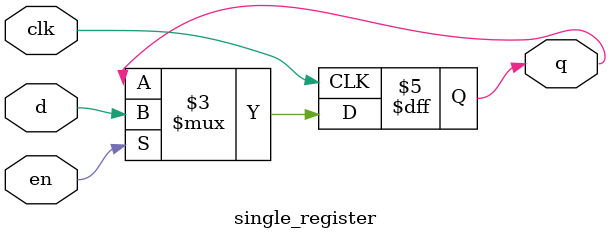
<source format=v>
module register #(parameter SIZE = 16)
					  (D, En, clk, Q);
	input [SIZE-1:0] D;
	input En, clk;
	output reg [SIZE-1:0] Q;
	
	always@(posedge clk)
			if(En)
				Q <= D;
			else 
				Q <= Q;
				
endmodule


module single_register (clk, en, d, q);
	input clk, en, d;
	output reg q;
	
	always @(posedge clk)
		if (en)
			q <= d;
		else
			q <= q;

endmodule

</source>
